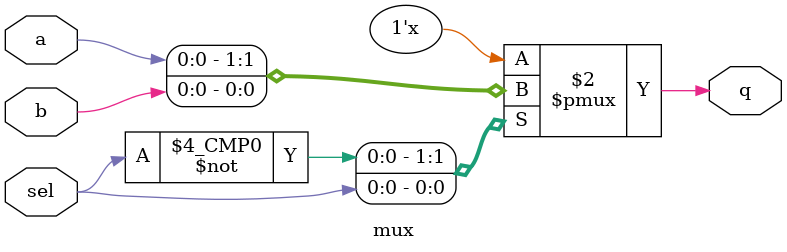
<source format=v>
module mux(
    input wire a,
    input wire b,
	input wire sel,
    output  reg q);
always @*
begin
  case(sel)
    2'b00: q = a;
    2'b01: q = b;
  default:
      q = 0; 
  endcase
end


endmodule


</source>
